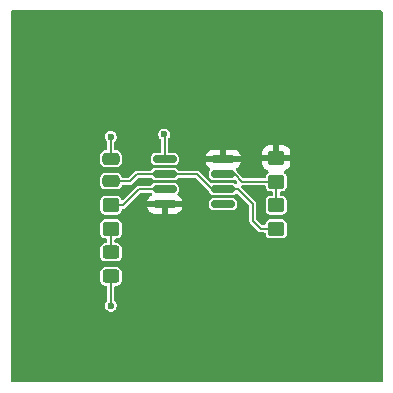
<source format=gbr>
%TF.GenerationSoftware,KiCad,Pcbnew,9.0.2*%
%TF.CreationDate,2025-08-02T09:46:46-05:00*%
%TF.ProjectId,GettingToBlinky_5.0,47657474-696e-4675-946f-426c696e6b79,rev?*%
%TF.SameCoordinates,Original*%
%TF.FileFunction,Copper,L1,Top*%
%TF.FilePolarity,Positive*%
%FSLAX46Y46*%
G04 Gerber Fmt 4.6, Leading zero omitted, Abs format (unit mm)*
G04 Created by KiCad (PCBNEW 9.0.2) date 2025-08-02 09:46:46*
%MOMM*%
%LPD*%
G01*
G04 APERTURE LIST*
G04 Aperture macros list*
%AMRoundRect*
0 Rectangle with rounded corners*
0 $1 Rounding radius*
0 $2 $3 $4 $5 $6 $7 $8 $9 X,Y pos of 4 corners*
0 Add a 4 corners polygon primitive as box body*
4,1,4,$2,$3,$4,$5,$6,$7,$8,$9,$2,$3,0*
0 Add four circle primitives for the rounded corners*
1,1,$1+$1,$2,$3*
1,1,$1+$1,$4,$5*
1,1,$1+$1,$6,$7*
1,1,$1+$1,$8,$9*
0 Add four rect primitives between the rounded corners*
20,1,$1+$1,$2,$3,$4,$5,0*
20,1,$1+$1,$4,$5,$6,$7,0*
20,1,$1+$1,$6,$7,$8,$9,0*
20,1,$1+$1,$8,$9,$2,$3,0*%
G04 Aperture macros list end*
%TA.AperFunction,SMDPad,CuDef*%
%ADD10RoundRect,0.250000X-0.450000X0.350000X-0.450000X-0.350000X0.450000X-0.350000X0.450000X0.350000X0*%
%TD*%
%TA.AperFunction,SMDPad,CuDef*%
%ADD11RoundRect,0.150000X-0.825000X-0.150000X0.825000X-0.150000X0.825000X0.150000X-0.825000X0.150000X0*%
%TD*%
%TA.AperFunction,SMDPad,CuDef*%
%ADD12RoundRect,0.250000X0.450000X-0.325000X0.450000X0.325000X-0.450000X0.325000X-0.450000X-0.325000X0*%
%TD*%
%TA.AperFunction,SMDPad,CuDef*%
%ADD13RoundRect,0.250000X0.475000X-0.250000X0.475000X0.250000X-0.475000X0.250000X-0.475000X-0.250000X0*%
%TD*%
%TA.AperFunction,ViaPad*%
%ADD14C,0.600000*%
%TD*%
%TA.AperFunction,Conductor*%
%ADD15C,0.200000*%
%TD*%
G04 APERTURE END LIST*
D10*
%TO.P,R3,1*%
%TO.N,Net-(U2-OUT)*%
X142900000Y-95500000D03*
%TO.P,R3,2*%
%TO.N,Net-(D1-A)*%
X142900000Y-97500000D03*
%TD*%
%TO.P,R1,1*%
%TO.N,/VDD*%
X156900000Y-91500000D03*
%TO.P,R1,2*%
%TO.N,Net-(U2-DIS)*%
X156900000Y-93500000D03*
%TD*%
D11*
%TO.P,U2,1,GND*%
%TO.N,GND*%
X147450000Y-91595000D03*
%TO.P,U2,2,TRIG*%
%TO.N,Net-(U2-THR)*%
X147450000Y-92865000D03*
%TO.P,U2,3,OUT*%
%TO.N,Net-(U2-OUT)*%
X147450000Y-94135000D03*
%TO.P,U2,4,RST*%
%TO.N,/VDD*%
X147450000Y-95405000D03*
%TO.P,U2,5,CNTRL*%
%TO.N,unconnected-(U2-CNTRL-Pad5)*%
X152400000Y-95405000D03*
%TO.P,U2,6,THR*%
%TO.N,Net-(U2-THR)*%
X152400000Y-94135000D03*
%TO.P,U2,7,DIS*%
%TO.N,Net-(U2-DIS)*%
X152400000Y-92865000D03*
%TO.P,U2,8,VDD*%
%TO.N,/VDD*%
X152400000Y-91595000D03*
%TD*%
D10*
%TO.P,R2,1*%
%TO.N,Net-(U2-DIS)*%
X156900000Y-95500000D03*
%TO.P,R2,2*%
%TO.N,Net-(U2-THR)*%
X156900000Y-97500000D03*
%TD*%
D12*
%TO.P,D1,1,K*%
%TO.N,GND*%
X142900000Y-101525000D03*
%TO.P,D1,2,A*%
%TO.N,Net-(D1-A)*%
X142900000Y-99475000D03*
%TD*%
D13*
%TO.P,C1,1*%
%TO.N,Net-(U2-THR)*%
X142900000Y-93450000D03*
%TO.P,C1,2*%
%TO.N,GND*%
X142900000Y-91550000D03*
%TD*%
D14*
%TO.N,GND*%
X142900000Y-104000000D03*
X147400000Y-89500000D03*
X142900000Y-89700000D03*
%TO.N,/VDD*%
X162200000Y-88600000D03*
X138200000Y-88100000D03*
%TD*%
D15*
%TO.N,GND*%
X147405000Y-91550000D02*
X147450000Y-91595000D01*
X147450000Y-91595000D02*
X147450000Y-89550000D01*
X142900000Y-101525000D02*
X142900000Y-104000000D01*
X142900000Y-91550000D02*
X142900000Y-89700000D01*
X147450000Y-89550000D02*
X147400000Y-89500000D01*
%TO.N,Net-(U2-THR)*%
X145135000Y-92865000D02*
X147450000Y-92865000D01*
X152400000Y-94135000D02*
X153635000Y-94135000D01*
X144550000Y-93450000D02*
X145135000Y-92865000D01*
X151425001Y-94135000D02*
X150155001Y-92865000D01*
X154900000Y-96800000D02*
X155600000Y-97500000D01*
X150155001Y-92865000D02*
X147450000Y-92865000D01*
X155600000Y-97500000D02*
X156900000Y-97500000D01*
X142900000Y-93450000D02*
X144550000Y-93450000D01*
X154900000Y-95400000D02*
X154900000Y-96800000D01*
X152400000Y-94135000D02*
X151425001Y-94135000D01*
X153635000Y-94135000D02*
X154900000Y-95400000D01*
%TO.N,Net-(D1-A)*%
X142900000Y-99475000D02*
X142900000Y-97500000D01*
%TO.N,Net-(U2-DIS)*%
X154000000Y-93500000D02*
X156900000Y-93500000D01*
X156900000Y-95500000D02*
X156900000Y-93500000D01*
X152400000Y-92865000D02*
X153365000Y-92865000D01*
X153365000Y-92865000D02*
X154000000Y-93500000D01*
%TO.N,Net-(U2-OUT)*%
X142900000Y-95500000D02*
X143900000Y-95500000D01*
X143900000Y-95500000D02*
X145265000Y-94135000D01*
X145265000Y-94135000D02*
X147450000Y-94135000D01*
%TD*%
%TA.AperFunction,Conductor*%
%TO.N,/VDD*%
G36*
X165842539Y-79020185D02*
G01*
X165888294Y-79072989D01*
X165899500Y-79124500D01*
X165899500Y-110375500D01*
X165879815Y-110442539D01*
X165827011Y-110488294D01*
X165775500Y-110499500D01*
X134524500Y-110499500D01*
X134457461Y-110479815D01*
X134411706Y-110427011D01*
X134400500Y-110375500D01*
X134400500Y-101145730D01*
X141999500Y-101145730D01*
X141999500Y-101904269D01*
X142002353Y-101934699D01*
X142002353Y-101934701D01*
X142047206Y-102062880D01*
X142047207Y-102062882D01*
X142127850Y-102172150D01*
X142237118Y-102252793D01*
X142279845Y-102267744D01*
X142365299Y-102297646D01*
X142395730Y-102300500D01*
X142395734Y-102300500D01*
X142475500Y-102300500D01*
X142542539Y-102320185D01*
X142588294Y-102372989D01*
X142599500Y-102424500D01*
X142599500Y-103541323D01*
X142579815Y-103608362D01*
X142563182Y-103629004D01*
X142499500Y-103692686D01*
X142433608Y-103806812D01*
X142399500Y-103934108D01*
X142399500Y-104065891D01*
X142433608Y-104193187D01*
X142466554Y-104250250D01*
X142499500Y-104307314D01*
X142592686Y-104400500D01*
X142706814Y-104466392D01*
X142834108Y-104500500D01*
X142834110Y-104500500D01*
X142965890Y-104500500D01*
X142965892Y-104500500D01*
X143093186Y-104466392D01*
X143207314Y-104400500D01*
X143300500Y-104307314D01*
X143366392Y-104193186D01*
X143400500Y-104065892D01*
X143400500Y-103934108D01*
X143366392Y-103806814D01*
X143300500Y-103692686D01*
X143236818Y-103629004D01*
X143203334Y-103567680D01*
X143200500Y-103541323D01*
X143200500Y-102424500D01*
X143220185Y-102357461D01*
X143272989Y-102311706D01*
X143324500Y-102300500D01*
X143404270Y-102300500D01*
X143434699Y-102297646D01*
X143434701Y-102297646D01*
X143498790Y-102275219D01*
X143562882Y-102252793D01*
X143672150Y-102172150D01*
X143752793Y-102062882D01*
X143775219Y-101998790D01*
X143797646Y-101934701D01*
X143797646Y-101934699D01*
X143800500Y-101904269D01*
X143800500Y-101145730D01*
X143797646Y-101115300D01*
X143797646Y-101115298D01*
X143752793Y-100987119D01*
X143752792Y-100987117D01*
X143672150Y-100877850D01*
X143562882Y-100797207D01*
X143562880Y-100797206D01*
X143434700Y-100752353D01*
X143404270Y-100749500D01*
X143404266Y-100749500D01*
X142395734Y-100749500D01*
X142395730Y-100749500D01*
X142365300Y-100752353D01*
X142365298Y-100752353D01*
X142237119Y-100797206D01*
X142237117Y-100797207D01*
X142127850Y-100877850D01*
X142047207Y-100987117D01*
X142047206Y-100987119D01*
X142002353Y-101115298D01*
X142002353Y-101115300D01*
X141999500Y-101145730D01*
X134400500Y-101145730D01*
X134400500Y-97095730D01*
X141999500Y-97095730D01*
X141999500Y-97904269D01*
X142002353Y-97934699D01*
X142002353Y-97934701D01*
X142047206Y-98062880D01*
X142047207Y-98062882D01*
X142127850Y-98172150D01*
X142237118Y-98252793D01*
X142279845Y-98267744D01*
X142365299Y-98297646D01*
X142395730Y-98300500D01*
X142395734Y-98300500D01*
X142475500Y-98300500D01*
X142484185Y-98303050D01*
X142493147Y-98301762D01*
X142517187Y-98312740D01*
X142542539Y-98320185D01*
X142548466Y-98327025D01*
X142556703Y-98330787D01*
X142570992Y-98353021D01*
X142588294Y-98372989D01*
X142590581Y-98383503D01*
X142594477Y-98389565D01*
X142599500Y-98424500D01*
X142599500Y-98575500D01*
X142579815Y-98642539D01*
X142527011Y-98688294D01*
X142475500Y-98699500D01*
X142395730Y-98699500D01*
X142365300Y-98702353D01*
X142365298Y-98702353D01*
X142237119Y-98747206D01*
X142237117Y-98747207D01*
X142127850Y-98827850D01*
X142047207Y-98937117D01*
X142047206Y-98937119D01*
X142002353Y-99065298D01*
X142002353Y-99065300D01*
X141999500Y-99095730D01*
X141999500Y-99854269D01*
X142002353Y-99884699D01*
X142002353Y-99884701D01*
X142047206Y-100012880D01*
X142047207Y-100012882D01*
X142127850Y-100122150D01*
X142237118Y-100202793D01*
X142279845Y-100217744D01*
X142365299Y-100247646D01*
X142395730Y-100250500D01*
X142395734Y-100250500D01*
X143404270Y-100250500D01*
X143434699Y-100247646D01*
X143434701Y-100247646D01*
X143498790Y-100225219D01*
X143562882Y-100202793D01*
X143672150Y-100122150D01*
X143752793Y-100012882D01*
X143775219Y-99948790D01*
X143797646Y-99884701D01*
X143797646Y-99884699D01*
X143800500Y-99854269D01*
X143800500Y-99095730D01*
X143797646Y-99065300D01*
X143797646Y-99065298D01*
X143752793Y-98937119D01*
X143752792Y-98937117D01*
X143672150Y-98827850D01*
X143562882Y-98747207D01*
X143562880Y-98747206D01*
X143434700Y-98702353D01*
X143404270Y-98699500D01*
X143404266Y-98699500D01*
X143324500Y-98699500D01*
X143315814Y-98696949D01*
X143306853Y-98698238D01*
X143282812Y-98687259D01*
X143257461Y-98679815D01*
X143251533Y-98672974D01*
X143243297Y-98669213D01*
X143229007Y-98646978D01*
X143211706Y-98627011D01*
X143209418Y-98616496D01*
X143205523Y-98610435D01*
X143200500Y-98575500D01*
X143200500Y-98424500D01*
X143220185Y-98357461D01*
X143272989Y-98311706D01*
X143324500Y-98300500D01*
X143404270Y-98300500D01*
X143434699Y-98297646D01*
X143434701Y-98297646D01*
X143498790Y-98275219D01*
X143562882Y-98252793D01*
X143672150Y-98172150D01*
X143752793Y-98062882D01*
X143775219Y-97998790D01*
X143797646Y-97934701D01*
X143797646Y-97934699D01*
X143800500Y-97904269D01*
X143800500Y-97095730D01*
X143797646Y-97065300D01*
X143797646Y-97065298D01*
X143752793Y-96937118D01*
X143752792Y-96937117D01*
X143737199Y-96915989D01*
X143672150Y-96827850D01*
X143562882Y-96747207D01*
X143562880Y-96747206D01*
X143434700Y-96702353D01*
X143404270Y-96699500D01*
X143404266Y-96699500D01*
X142395734Y-96699500D01*
X142395730Y-96699500D01*
X142365300Y-96702353D01*
X142365298Y-96702353D01*
X142237119Y-96747206D01*
X142237117Y-96747207D01*
X142127850Y-96827850D01*
X142047207Y-96937117D01*
X142047207Y-96937118D01*
X142002353Y-97065298D01*
X142002353Y-97065300D01*
X141999500Y-97095730D01*
X134400500Y-97095730D01*
X134400500Y-95095730D01*
X141999500Y-95095730D01*
X141999500Y-95904269D01*
X142002353Y-95934699D01*
X142002353Y-95934701D01*
X142047206Y-96062880D01*
X142047207Y-96062882D01*
X142127850Y-96172150D01*
X142237118Y-96252793D01*
X142279845Y-96267744D01*
X142365299Y-96297646D01*
X142395730Y-96300500D01*
X142395734Y-96300500D01*
X143404270Y-96300500D01*
X143434699Y-96297646D01*
X143434701Y-96297646D01*
X143498790Y-96275219D01*
X143562882Y-96252793D01*
X143672150Y-96172150D01*
X143752793Y-96062882D01*
X143775219Y-95998790D01*
X143797646Y-95934701D01*
X143797646Y-95934699D01*
X143799689Y-95912921D01*
X143825547Y-95848013D01*
X143882393Y-95807388D01*
X143923147Y-95800500D01*
X143939560Y-95800500D01*
X143939562Y-95800500D01*
X144015989Y-95780021D01*
X144084511Y-95740460D01*
X144140460Y-95684511D01*
X144169970Y-95655001D01*
X145977704Y-95655001D01*
X145977899Y-95657486D01*
X146023718Y-95815198D01*
X146107314Y-95956552D01*
X146107321Y-95956561D01*
X146223438Y-96072678D01*
X146223447Y-96072685D01*
X146364803Y-96156282D01*
X146364806Y-96156283D01*
X146522504Y-96202099D01*
X146522510Y-96202100D01*
X146559350Y-96204999D01*
X146559366Y-96205000D01*
X147200000Y-96205000D01*
X147700000Y-96205000D01*
X148340634Y-96205000D01*
X148340649Y-96204999D01*
X148377489Y-96202100D01*
X148377495Y-96202099D01*
X148535193Y-96156283D01*
X148535196Y-96156282D01*
X148676552Y-96072685D01*
X148676561Y-96072678D01*
X148792678Y-95956561D01*
X148792685Y-95956552D01*
X148876281Y-95815198D01*
X148922100Y-95657486D01*
X148922295Y-95655001D01*
X148922295Y-95655000D01*
X147700000Y-95655000D01*
X147700000Y-96205000D01*
X147200000Y-96205000D01*
X147200000Y-95655000D01*
X145977705Y-95655000D01*
X145977704Y-95655001D01*
X144169970Y-95655001D01*
X144603232Y-95221739D01*
X151224500Y-95221739D01*
X151224500Y-95588260D01*
X151234426Y-95656391D01*
X151285803Y-95761485D01*
X151368514Y-95844196D01*
X151368515Y-95844196D01*
X151368517Y-95844198D01*
X151473607Y-95895573D01*
X151507673Y-95900536D01*
X151541739Y-95905500D01*
X151541740Y-95905500D01*
X153258261Y-95905500D01*
X153280971Y-95902191D01*
X153326393Y-95895573D01*
X153431483Y-95844198D01*
X153514198Y-95761483D01*
X153565573Y-95656393D01*
X153575500Y-95588260D01*
X153575500Y-95221740D01*
X153565573Y-95153607D01*
X153514198Y-95048517D01*
X153514196Y-95048515D01*
X153514196Y-95048514D01*
X153431485Y-94965803D01*
X153423826Y-94962059D01*
X153326393Y-94914427D01*
X153326391Y-94914426D01*
X153258261Y-94904500D01*
X153258260Y-94904500D01*
X151541740Y-94904500D01*
X151541739Y-94904500D01*
X151473608Y-94914426D01*
X151368514Y-94965803D01*
X151285803Y-95048514D01*
X151234426Y-95153608D01*
X151224500Y-95221739D01*
X144603232Y-95221739D01*
X145353152Y-94471819D01*
X145414475Y-94438334D01*
X145440833Y-94435500D01*
X146232003Y-94435500D01*
X146233804Y-94436028D01*
X146235620Y-94435553D01*
X146267201Y-94445835D01*
X146299042Y-94455185D01*
X146300837Y-94456786D01*
X146302057Y-94457184D01*
X146309891Y-94464866D01*
X146328045Y-94481065D01*
X146334681Y-94489191D01*
X146335802Y-94491483D01*
X146339899Y-94495580D01*
X146343846Y-94500413D01*
X146355098Y-94527086D01*
X146368970Y-94552490D01*
X146368512Y-94558883D01*
X146371004Y-94564789D01*
X146366050Y-94593306D01*
X146363986Y-94622182D01*
X146360144Y-94627313D01*
X146359048Y-94633628D01*
X146339459Y-94654944D01*
X146322114Y-94678115D01*
X146311913Y-94684921D01*
X146311772Y-94685075D01*
X146311625Y-94685113D01*
X146310926Y-94685580D01*
X146223444Y-94737317D01*
X146223438Y-94737321D01*
X146107321Y-94853438D01*
X146107314Y-94853447D01*
X146023718Y-94994801D01*
X145977899Y-95152513D01*
X145977704Y-95154998D01*
X145977705Y-95155000D01*
X148922295Y-95155000D01*
X148922295Y-95154999D01*
X148922100Y-95152513D01*
X148876281Y-94994801D01*
X148792685Y-94853447D01*
X148792678Y-94853438D01*
X148676561Y-94737321D01*
X148676552Y-94737314D01*
X148589074Y-94685580D01*
X148541390Y-94634511D01*
X148528887Y-94565769D01*
X148555532Y-94501180D01*
X148564074Y-94491656D01*
X148564195Y-94491486D01*
X148564198Y-94491483D01*
X148615573Y-94386393D01*
X148625500Y-94318260D01*
X148625500Y-93951740D01*
X148625371Y-93950858D01*
X148615573Y-93883608D01*
X148615573Y-93883607D01*
X148564198Y-93778517D01*
X148564196Y-93778515D01*
X148564196Y-93778514D01*
X148481485Y-93695803D01*
X148376391Y-93644426D01*
X148308261Y-93634500D01*
X148308260Y-93634500D01*
X146591740Y-93634500D01*
X146591739Y-93634500D01*
X146523608Y-93644426D01*
X146418514Y-93695803D01*
X146335805Y-93778512D01*
X146332923Y-93782550D01*
X146277949Y-93825674D01*
X146232003Y-93834500D01*
X145225438Y-93834500D01*
X145149010Y-93854978D01*
X145080489Y-93894540D01*
X145080486Y-93894542D01*
X143966242Y-95008786D01*
X143904919Y-95042271D01*
X143835227Y-95037287D01*
X143779294Y-94995415D01*
X143761522Y-94962065D01*
X143752793Y-94937118D01*
X143672150Y-94827850D01*
X143562882Y-94747207D01*
X143562880Y-94747206D01*
X143434700Y-94702353D01*
X143404270Y-94699500D01*
X143404266Y-94699500D01*
X142395734Y-94699500D01*
X142395730Y-94699500D01*
X142365300Y-94702353D01*
X142365298Y-94702353D01*
X142237119Y-94747206D01*
X142237117Y-94747207D01*
X142127850Y-94827850D01*
X142047207Y-94937117D01*
X142047206Y-94937119D01*
X142002353Y-95065298D01*
X142002353Y-95065300D01*
X141999500Y-95095730D01*
X134400500Y-95095730D01*
X134400500Y-93145730D01*
X141974500Y-93145730D01*
X141974500Y-93754269D01*
X141977353Y-93784699D01*
X141977353Y-93784701D01*
X142019192Y-93904266D01*
X142022207Y-93912882D01*
X142102850Y-94022150D01*
X142212118Y-94102793D01*
X142254845Y-94117744D01*
X142340299Y-94147646D01*
X142370730Y-94150500D01*
X142370734Y-94150500D01*
X143429270Y-94150500D01*
X143459699Y-94147646D01*
X143459701Y-94147646D01*
X143523790Y-94125219D01*
X143587882Y-94102793D01*
X143697150Y-94022150D01*
X143777793Y-93912882D01*
X143798054Y-93854979D01*
X143805555Y-93833544D01*
X143846277Y-93776769D01*
X143911230Y-93751022D01*
X143922596Y-93750500D01*
X144589560Y-93750500D01*
X144589562Y-93750500D01*
X144665989Y-93730021D01*
X144734511Y-93690460D01*
X144790460Y-93634511D01*
X145223152Y-93201819D01*
X145284475Y-93168334D01*
X145310833Y-93165500D01*
X146232003Y-93165500D01*
X146299042Y-93185185D01*
X146332923Y-93217450D01*
X146335805Y-93221487D01*
X146418514Y-93304196D01*
X146418515Y-93304196D01*
X146418517Y-93304198D01*
X146523607Y-93355573D01*
X146553442Y-93359920D01*
X146591739Y-93365500D01*
X146591740Y-93365500D01*
X148308261Y-93365500D01*
X148330971Y-93362191D01*
X148376393Y-93355573D01*
X148481483Y-93304198D01*
X148564198Y-93221483D01*
X148564200Y-93221477D01*
X148567077Y-93217450D01*
X148622051Y-93174326D01*
X148667997Y-93165500D01*
X149979168Y-93165500D01*
X150046207Y-93185185D01*
X150066849Y-93201819D01*
X151205103Y-94340073D01*
X151228359Y-94378640D01*
X151230198Y-94377742D01*
X151285803Y-94491485D01*
X151368514Y-94574196D01*
X151368515Y-94574196D01*
X151368517Y-94574198D01*
X151473607Y-94625573D01*
X151507673Y-94630536D01*
X151541739Y-94635500D01*
X151541740Y-94635500D01*
X153258261Y-94635500D01*
X153280971Y-94632191D01*
X153326393Y-94625573D01*
X153431483Y-94574198D01*
X153452674Y-94553006D01*
X153513995Y-94519522D01*
X153583687Y-94524505D01*
X153628036Y-94553007D01*
X154563181Y-95488152D01*
X154596666Y-95549475D01*
X154599500Y-95575833D01*
X154599500Y-96839562D01*
X154619979Y-96915989D01*
X154632178Y-96937118D01*
X154632178Y-96937119D01*
X154659537Y-96984507D01*
X154659539Y-96984510D01*
X154659540Y-96984511D01*
X155359540Y-97684511D01*
X155415489Y-97740460D01*
X155415491Y-97740461D01*
X155415495Y-97740464D01*
X155484004Y-97780017D01*
X155484011Y-97780021D01*
X155560438Y-97800500D01*
X155876853Y-97800500D01*
X155943892Y-97820185D01*
X155989647Y-97872989D01*
X156000311Y-97912921D01*
X156002353Y-97934699D01*
X156002353Y-97934701D01*
X156047206Y-98062880D01*
X156047207Y-98062882D01*
X156127850Y-98172150D01*
X156237118Y-98252793D01*
X156279845Y-98267744D01*
X156365299Y-98297646D01*
X156395730Y-98300500D01*
X156395734Y-98300500D01*
X157404270Y-98300500D01*
X157434699Y-98297646D01*
X157434701Y-98297646D01*
X157498790Y-98275219D01*
X157562882Y-98252793D01*
X157672150Y-98172150D01*
X157752793Y-98062882D01*
X157775219Y-97998790D01*
X157797646Y-97934701D01*
X157797646Y-97934699D01*
X157800500Y-97904269D01*
X157800500Y-97095730D01*
X157797646Y-97065300D01*
X157797646Y-97065298D01*
X157752793Y-96937118D01*
X157752792Y-96937117D01*
X157737199Y-96915989D01*
X157672150Y-96827850D01*
X157562882Y-96747207D01*
X157562880Y-96747206D01*
X157434700Y-96702353D01*
X157404270Y-96699500D01*
X157404266Y-96699500D01*
X156395734Y-96699500D01*
X156395730Y-96699500D01*
X156365300Y-96702353D01*
X156365298Y-96702353D01*
X156237119Y-96747206D01*
X156237117Y-96747207D01*
X156127850Y-96827850D01*
X156047207Y-96937117D01*
X156047207Y-96937118D01*
X156002353Y-97065298D01*
X156002353Y-97065300D01*
X156000311Y-97087079D01*
X155999140Y-97090016D01*
X155999591Y-97093147D01*
X155986296Y-97122259D01*
X155974453Y-97151987D01*
X155971879Y-97153825D01*
X155970566Y-97156703D01*
X155943645Y-97174003D01*
X155917607Y-97192612D01*
X155913649Y-97193280D01*
X155911788Y-97194477D01*
X155876853Y-97199500D01*
X155775833Y-97199500D01*
X155708794Y-97179815D01*
X155688152Y-97163181D01*
X155236819Y-96711848D01*
X155203334Y-96650525D01*
X155200500Y-96624167D01*
X155200500Y-95360439D01*
X155180020Y-95284009D01*
X155180017Y-95284004D01*
X155140464Y-95215495D01*
X155140458Y-95215487D01*
X153937152Y-94012181D01*
X153903667Y-93950858D01*
X153908651Y-93881166D01*
X153950523Y-93825233D01*
X154015987Y-93800816D01*
X154024833Y-93800500D01*
X154039562Y-93800500D01*
X155876853Y-93800500D01*
X155943892Y-93820185D01*
X155989647Y-93872989D01*
X156000311Y-93912921D01*
X156002353Y-93934699D01*
X156002353Y-93934701D01*
X156032954Y-94022150D01*
X156047207Y-94062882D01*
X156127850Y-94172150D01*
X156237118Y-94252793D01*
X156279845Y-94267744D01*
X156365299Y-94297646D01*
X156395730Y-94300500D01*
X156395734Y-94300500D01*
X156475500Y-94300500D01*
X156484185Y-94303050D01*
X156493147Y-94301762D01*
X156517187Y-94312740D01*
X156542539Y-94320185D01*
X156548466Y-94327025D01*
X156556703Y-94330787D01*
X156570992Y-94353021D01*
X156588294Y-94372989D01*
X156590581Y-94383503D01*
X156594477Y-94389565D01*
X156599500Y-94424500D01*
X156599500Y-94575500D01*
X156579815Y-94642539D01*
X156527011Y-94688294D01*
X156475500Y-94699500D01*
X156395730Y-94699500D01*
X156365300Y-94702353D01*
X156365298Y-94702353D01*
X156237119Y-94747206D01*
X156237117Y-94747207D01*
X156127850Y-94827850D01*
X156047207Y-94937117D01*
X156047206Y-94937119D01*
X156002353Y-95065298D01*
X156002353Y-95065300D01*
X155999500Y-95095730D01*
X155999500Y-95904269D01*
X156002353Y-95934699D01*
X156002353Y-95934701D01*
X156047206Y-96062880D01*
X156047207Y-96062882D01*
X156127850Y-96172150D01*
X156237118Y-96252793D01*
X156279845Y-96267744D01*
X156365299Y-96297646D01*
X156395730Y-96300500D01*
X156395734Y-96300500D01*
X157404270Y-96300500D01*
X157434699Y-96297646D01*
X157434701Y-96297646D01*
X157498790Y-96275219D01*
X157562882Y-96252793D01*
X157672150Y-96172150D01*
X157752793Y-96062882D01*
X157775219Y-95998790D01*
X157797646Y-95934701D01*
X157797646Y-95934699D01*
X157800500Y-95904269D01*
X157800500Y-95095730D01*
X157797646Y-95065300D01*
X157797646Y-95065298D01*
X157752793Y-94937119D01*
X157752792Y-94937117D01*
X157672150Y-94827850D01*
X157562882Y-94747207D01*
X157562880Y-94747206D01*
X157434700Y-94702353D01*
X157404270Y-94699500D01*
X157404266Y-94699500D01*
X157324500Y-94699500D01*
X157315814Y-94696949D01*
X157306853Y-94698238D01*
X157282812Y-94687259D01*
X157257461Y-94679815D01*
X157251533Y-94672974D01*
X157243297Y-94669213D01*
X157229007Y-94646978D01*
X157211706Y-94627011D01*
X157209418Y-94616496D01*
X157205523Y-94610435D01*
X157200500Y-94575500D01*
X157200500Y-94424500D01*
X157220185Y-94357461D01*
X157272989Y-94311706D01*
X157324500Y-94300500D01*
X157404270Y-94300500D01*
X157434699Y-94297646D01*
X157434701Y-94297646D01*
X157498790Y-94275219D01*
X157562882Y-94252793D01*
X157672150Y-94172150D01*
X157752793Y-94062882D01*
X157775219Y-93998790D01*
X157797646Y-93934701D01*
X157797646Y-93934699D01*
X157800500Y-93904269D01*
X157800500Y-93095730D01*
X157797646Y-93065300D01*
X157797646Y-93065298D01*
X157752793Y-92937119D01*
X157752792Y-92937117D01*
X157709051Y-92877850D01*
X157672150Y-92827850D01*
X157589396Y-92766775D01*
X157547147Y-92711129D01*
X157541688Y-92641472D01*
X157574756Y-92579923D01*
X157624028Y-92549300D01*
X157669117Y-92534359D01*
X157669124Y-92534356D01*
X157818345Y-92442315D01*
X157942315Y-92318345D01*
X158034356Y-92169124D01*
X158034358Y-92169119D01*
X158089505Y-92002697D01*
X158089506Y-92002690D01*
X158099999Y-91899986D01*
X158100000Y-91899973D01*
X158100000Y-91750000D01*
X155700001Y-91750000D01*
X155700001Y-91899986D01*
X155710494Y-92002697D01*
X155765641Y-92169119D01*
X155765643Y-92169124D01*
X155857684Y-92318345D01*
X155981654Y-92442315D01*
X156130875Y-92534356D01*
X156130880Y-92534358D01*
X156175972Y-92549300D01*
X156233417Y-92589072D01*
X156260240Y-92653588D01*
X156247925Y-92722364D01*
X156210602Y-92766776D01*
X156127850Y-92827850D01*
X156047207Y-92937117D01*
X156047206Y-92937119D01*
X156002353Y-93065298D01*
X156002353Y-93065300D01*
X156000311Y-93087079D01*
X155974453Y-93151987D01*
X155917607Y-93192612D01*
X155876853Y-93199500D01*
X154175833Y-93199500D01*
X154108794Y-93179815D01*
X154088152Y-93163181D01*
X153599269Y-92674298D01*
X153576586Y-92643148D01*
X153567209Y-92624842D01*
X153565573Y-92613607D01*
X153514198Y-92508517D01*
X153500723Y-92495042D01*
X153491831Y-92477682D01*
X153488802Y-92461745D01*
X153481029Y-92447509D01*
X153482415Y-92428128D01*
X153478788Y-92409040D01*
X153484855Y-92393997D01*
X153486013Y-92377817D01*
X153497657Y-92362261D01*
X153504926Y-92344244D01*
X153518163Y-92334869D01*
X153527885Y-92321884D01*
X153539075Y-92314419D01*
X153626550Y-92262687D01*
X153626561Y-92262678D01*
X153742678Y-92146561D01*
X153742685Y-92146552D01*
X153826281Y-92005198D01*
X153872100Y-91847486D01*
X153872295Y-91845001D01*
X153872295Y-91845000D01*
X150927705Y-91845000D01*
X150927704Y-91845001D01*
X150927899Y-91847486D01*
X150973718Y-92005198D01*
X151057314Y-92146552D01*
X151057321Y-92146561D01*
X151173438Y-92262678D01*
X151173446Y-92262684D01*
X151260925Y-92314419D01*
X151308608Y-92365488D01*
X151321112Y-92434230D01*
X151294467Y-92498819D01*
X151285927Y-92508340D01*
X151285804Y-92508513D01*
X151234427Y-92613607D01*
X151224500Y-92681739D01*
X151224500Y-93048260D01*
X151234426Y-93116391D01*
X151285803Y-93221485D01*
X151288334Y-93225030D01*
X151290294Y-93230671D01*
X151290315Y-93230714D01*
X151290309Y-93230716D01*
X151308931Y-93284307D01*
X151352345Y-93293752D01*
X151364971Y-93301666D01*
X151368515Y-93304196D01*
X151368517Y-93304198D01*
X151473607Y-93355573D01*
X151503442Y-93359920D01*
X151541739Y-93365500D01*
X151541740Y-93365500D01*
X153258261Y-93365500D01*
X153280971Y-93362191D01*
X153326393Y-93355573D01*
X153326396Y-93355571D01*
X153334574Y-93353045D01*
X153348906Y-93352842D01*
X153362338Y-93347833D01*
X153383145Y-93352359D01*
X153404436Y-93352059D01*
X153417900Y-93359920D01*
X153430611Y-93362685D01*
X153458865Y-93383836D01*
X153569956Y-93494927D01*
X153603441Y-93556250D01*
X153598457Y-93625942D01*
X153556585Y-93681875D01*
X153491121Y-93706292D01*
X153427815Y-93694009D01*
X153420555Y-93690460D01*
X153338580Y-93650385D01*
X153326391Y-93644426D01*
X153258261Y-93634500D01*
X153258260Y-93634500D01*
X151541740Y-93634500D01*
X151541739Y-93634500D01*
X151473608Y-93644426D01*
X151464405Y-93647270D01*
X151463768Y-93645208D01*
X151453042Y-93647038D01*
X151430822Y-93655326D01*
X151419233Y-93652804D01*
X151407543Y-93654799D01*
X151385722Y-93645515D01*
X151362549Y-93640474D01*
X151347637Y-93629311D01*
X151343251Y-93627445D01*
X151334295Y-93619323D01*
X151205237Y-93490265D01*
X151171752Y-93428942D01*
X151172448Y-93419204D01*
X151110883Y-93394646D01*
X151099734Y-93384762D01*
X150339513Y-92624541D01*
X150339512Y-92624540D01*
X150320575Y-92613607D01*
X150320575Y-92613605D01*
X150320572Y-92613605D01*
X150270995Y-92584981D01*
X150270992Y-92584979D01*
X150232776Y-92574739D01*
X150194563Y-92564500D01*
X150194561Y-92564500D01*
X148667997Y-92564500D01*
X148600958Y-92544815D01*
X148567077Y-92512550D01*
X148564194Y-92508512D01*
X148481485Y-92425803D01*
X148376391Y-92374426D01*
X148308261Y-92364500D01*
X148308260Y-92364500D01*
X146591740Y-92364500D01*
X146591739Y-92364500D01*
X146523608Y-92374426D01*
X146418514Y-92425803D01*
X146335805Y-92508512D01*
X146332923Y-92512550D01*
X146277949Y-92555674D01*
X146232003Y-92564500D01*
X145095438Y-92564500D01*
X145064867Y-92572691D01*
X145019008Y-92584979D01*
X145019007Y-92584980D01*
X144969427Y-92613606D01*
X144969426Y-92613607D01*
X144950490Y-92624539D01*
X144950487Y-92624541D01*
X144461848Y-93113181D01*
X144400525Y-93146666D01*
X144374167Y-93149500D01*
X143922596Y-93149500D01*
X143855557Y-93129815D01*
X143809802Y-93077011D01*
X143805555Y-93066456D01*
X143777793Y-92987119D01*
X143777793Y-92987118D01*
X143697150Y-92877850D01*
X143587882Y-92797207D01*
X143587880Y-92797206D01*
X143459700Y-92752353D01*
X143429270Y-92749500D01*
X143429266Y-92749500D01*
X142370734Y-92749500D01*
X142370730Y-92749500D01*
X142340300Y-92752353D01*
X142340298Y-92752353D01*
X142212119Y-92797206D01*
X142212117Y-92797207D01*
X142102850Y-92877850D01*
X142022207Y-92987117D01*
X142022206Y-92987119D01*
X141977353Y-93115298D01*
X141977353Y-93115300D01*
X141974500Y-93145730D01*
X134400500Y-93145730D01*
X134400500Y-91245730D01*
X141974500Y-91245730D01*
X141974500Y-91854269D01*
X141977353Y-91884699D01*
X141977353Y-91884701D01*
X142018643Y-92002697D01*
X142022207Y-92012882D01*
X142102850Y-92122150D01*
X142212118Y-92202793D01*
X142254845Y-92217744D01*
X142340299Y-92247646D01*
X142370730Y-92250500D01*
X142370734Y-92250500D01*
X143429270Y-92250500D01*
X143459699Y-92247646D01*
X143459701Y-92247646D01*
X143523790Y-92225219D01*
X143587882Y-92202793D01*
X143697150Y-92122150D01*
X143777793Y-92012882D01*
X143817297Y-91899986D01*
X143822646Y-91884701D01*
X143822646Y-91884699D01*
X143825500Y-91854269D01*
X143825500Y-91411739D01*
X146274500Y-91411739D01*
X146274500Y-91778260D01*
X146284426Y-91846391D01*
X146335803Y-91951485D01*
X146418514Y-92034196D01*
X146418515Y-92034196D01*
X146418517Y-92034198D01*
X146523607Y-92085573D01*
X146557673Y-92090536D01*
X146591739Y-92095500D01*
X146591740Y-92095500D01*
X148308261Y-92095500D01*
X148330971Y-92092191D01*
X148376393Y-92085573D01*
X148481483Y-92034198D01*
X148564198Y-91951483D01*
X148615573Y-91846393D01*
X148625500Y-91778260D01*
X148625500Y-91411740D01*
X148615776Y-91344998D01*
X150927704Y-91344998D01*
X150927705Y-91345000D01*
X152150000Y-91345000D01*
X152650000Y-91345000D01*
X153872295Y-91345000D01*
X153872295Y-91344998D01*
X153872100Y-91342513D01*
X153826281Y-91184801D01*
X153811605Y-91159985D01*
X153776137Y-91100013D01*
X155700000Y-91100013D01*
X155700000Y-91250000D01*
X156650000Y-91250000D01*
X157150000Y-91250000D01*
X158099999Y-91250000D01*
X158099999Y-91100028D01*
X158099998Y-91100013D01*
X158089505Y-90997302D01*
X158034358Y-90830880D01*
X158034356Y-90830875D01*
X157942315Y-90681654D01*
X157818345Y-90557684D01*
X157669124Y-90465643D01*
X157669119Y-90465641D01*
X157502697Y-90410494D01*
X157502690Y-90410493D01*
X157399986Y-90400000D01*
X157150000Y-90400000D01*
X157150000Y-91250000D01*
X156650000Y-91250000D01*
X156650000Y-90400000D01*
X156400029Y-90400000D01*
X156400012Y-90400001D01*
X156297302Y-90410494D01*
X156130880Y-90465641D01*
X156130875Y-90465643D01*
X155981654Y-90557684D01*
X155857684Y-90681654D01*
X155765643Y-90830875D01*
X155765641Y-90830880D01*
X155710494Y-90997302D01*
X155710493Y-90997309D01*
X155700000Y-91100013D01*
X153776137Y-91100013D01*
X153742684Y-91043447D01*
X153742678Y-91043438D01*
X153626561Y-90927321D01*
X153626552Y-90927314D01*
X153485196Y-90843717D01*
X153485193Y-90843716D01*
X153327495Y-90797900D01*
X153327489Y-90797899D01*
X153290649Y-90795000D01*
X152650000Y-90795000D01*
X152650000Y-91345000D01*
X152150000Y-91345000D01*
X152150000Y-90795000D01*
X151509350Y-90795000D01*
X151472510Y-90797899D01*
X151472504Y-90797900D01*
X151314806Y-90843716D01*
X151314803Y-90843717D01*
X151173447Y-90927314D01*
X151173438Y-90927321D01*
X151057321Y-91043438D01*
X151057314Y-91043447D01*
X150973718Y-91184801D01*
X150927899Y-91342513D01*
X150927704Y-91344998D01*
X148615776Y-91344998D01*
X148615573Y-91343607D01*
X148564198Y-91238517D01*
X148564196Y-91238515D01*
X148564196Y-91238514D01*
X148481485Y-91155803D01*
X148376391Y-91104426D01*
X148308261Y-91094500D01*
X148308260Y-91094500D01*
X147874500Y-91094500D01*
X147807461Y-91074815D01*
X147761706Y-91022011D01*
X147750500Y-90970500D01*
X147750500Y-89908676D01*
X147770185Y-89841637D01*
X147786819Y-89820995D01*
X147800500Y-89807314D01*
X147866392Y-89693186D01*
X147900500Y-89565892D01*
X147900500Y-89434108D01*
X147866392Y-89306814D01*
X147800500Y-89192686D01*
X147707314Y-89099500D01*
X147650250Y-89066554D01*
X147593187Y-89033608D01*
X147529539Y-89016554D01*
X147465892Y-88999500D01*
X147334108Y-88999500D01*
X147206812Y-89033608D01*
X147092686Y-89099500D01*
X147092683Y-89099502D01*
X146999502Y-89192683D01*
X146999500Y-89192686D01*
X146933608Y-89306812D01*
X146899500Y-89434108D01*
X146899500Y-89565891D01*
X146933608Y-89693187D01*
X146966554Y-89750250D01*
X146999500Y-89807314D01*
X147092686Y-89900500D01*
X147092688Y-89900501D01*
X147099137Y-89905450D01*
X147097324Y-89907812D01*
X147135710Y-89948062D01*
X147149500Y-90004893D01*
X147149500Y-90970500D01*
X147129815Y-91037539D01*
X147077011Y-91083294D01*
X147025500Y-91094500D01*
X146591739Y-91094500D01*
X146523608Y-91104426D01*
X146418514Y-91155803D01*
X146335803Y-91238514D01*
X146284426Y-91343608D01*
X146274500Y-91411739D01*
X143825500Y-91411739D01*
X143825500Y-91245730D01*
X143822646Y-91215300D01*
X143822646Y-91215298D01*
X143789006Y-91119163D01*
X143777793Y-91087118D01*
X143697150Y-90977850D01*
X143587882Y-90897207D01*
X143587880Y-90897206D01*
X143459700Y-90852353D01*
X143429270Y-90849500D01*
X143429266Y-90849500D01*
X143324500Y-90849500D01*
X143257461Y-90829815D01*
X143211706Y-90777011D01*
X143200500Y-90725500D01*
X143200500Y-90158676D01*
X143220185Y-90091637D01*
X143236819Y-90070995D01*
X143300500Y-90007314D01*
X143366392Y-89893186D01*
X143400500Y-89765892D01*
X143400500Y-89634108D01*
X143366392Y-89506814D01*
X143300500Y-89392686D01*
X143207314Y-89299500D01*
X143150250Y-89266554D01*
X143093187Y-89233608D01*
X143029539Y-89216554D01*
X142965892Y-89199500D01*
X142834108Y-89199500D01*
X142706812Y-89233608D01*
X142592686Y-89299500D01*
X142592683Y-89299502D01*
X142499502Y-89392683D01*
X142499500Y-89392686D01*
X142433608Y-89506812D01*
X142417778Y-89565892D01*
X142399500Y-89634108D01*
X142399500Y-89765892D01*
X142414265Y-89820995D01*
X142433608Y-89893187D01*
X142442052Y-89907812D01*
X142499500Y-90007314D01*
X142499502Y-90007316D01*
X142563181Y-90070995D01*
X142596666Y-90132318D01*
X142599500Y-90158676D01*
X142599500Y-90725500D01*
X142579815Y-90792539D01*
X142527011Y-90838294D01*
X142475500Y-90849500D01*
X142370730Y-90849500D01*
X142340300Y-90852353D01*
X142340298Y-90852353D01*
X142212119Y-90897206D01*
X142212117Y-90897207D01*
X142102850Y-90977850D01*
X142022207Y-91087117D01*
X142022206Y-91087119D01*
X141977353Y-91215298D01*
X141977353Y-91215300D01*
X141974500Y-91245730D01*
X134400500Y-91245730D01*
X134400500Y-79124500D01*
X134420185Y-79057461D01*
X134472989Y-79011706D01*
X134524500Y-79000500D01*
X165775500Y-79000500D01*
X165842539Y-79020185D01*
G37*
%TD.AperFunction*%
%TD*%
M02*

</source>
